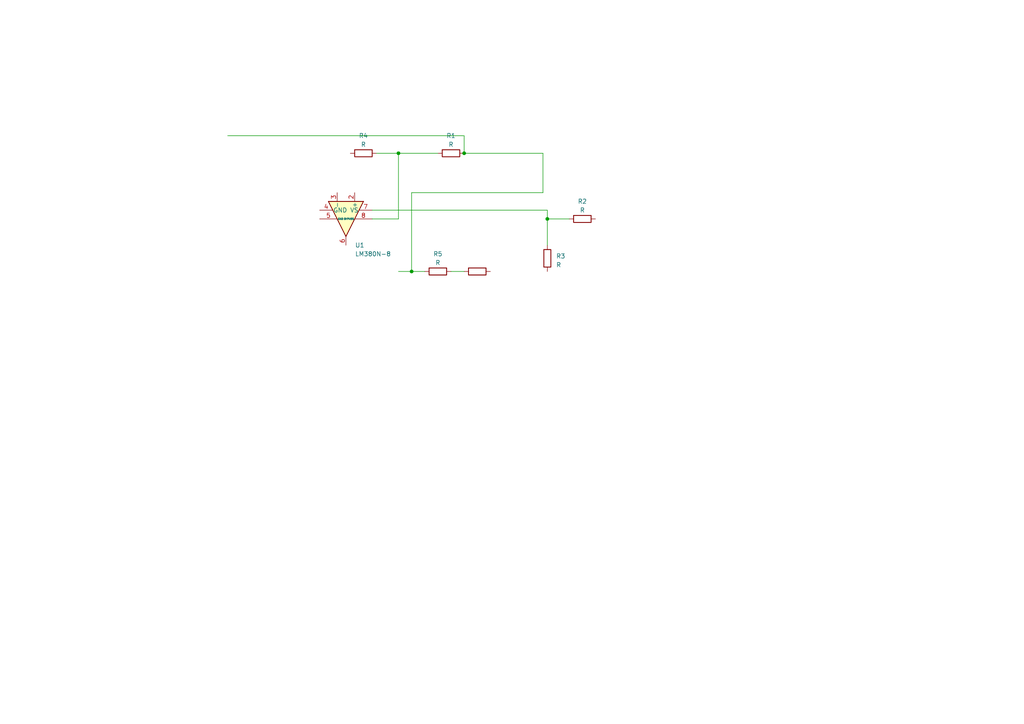
<source format=kicad_sch>
(kicad_sch (version 20230121) (generator eeschema)
  (paper "A4")
  (lib_symbols
    (symbol "Amplifier_Audio:LM380N-8" (pin_names (offset 0.127))
      (property "Reference" "U" (at 6.35 6.35 0))
      (property "Value" "LM380N-8" (at 6.35 3.81 0))
      (symbol "LM380N-8_0_1"
        (polyline (pts (xy -5.08 5.08) (xy 5.08 0) (xy -5.08 -5.08) (xy -5.08 5.08)) (stroke (width 0.254)) (fill (type background)))
      )
      (symbol "LM380N-8_1_1"
        (pin no_connect line (at 0 2.54 270) (length 2.54) hide (name "NC") (number "1"))
        (pin input line (at -7.62 2.54 0) (length 2.54) (name "+") (number "2"))
        (pin input line (at -7.62 -2.54 0) (length 2.54) (name "-") (number "3"))
        (pin power_in line (at -2.54 -7.62 90) (length 3.81) (name "GND") (number "4"))
        (pin power_in line (at 0 -7.62 90) (length 5.08) (name "GND") (number "5"))
        (pin output line (at 7.62 0 180) (length 2.54) (name "~") (number "6"))
        (pin power_in line (at -2.54 7.62 270) (length 3.81) (name "VS") (number "7"))
        (pin passive line (at 0 7.62 270) (length 5.08) (name "BYPASS") (number "8"))
      )
    )
    (symbol "Device:R" (pin_numbers hide) (pin_names (offset 0))
      (property "Reference" "R" (at 2.032 0 90))
      (property "Value" "R" (at 0 0 90))
      (symbol "R_0_1"
        (rectangle (start -1.016 -2.54) (end 1.016 2.54) (stroke (width 0.254)))
      )
      (symbol "R_1_1"
        (pin passive line (at 0 3.81 270) (length 1.27) (name "~") (number "1"))
        (pin passive line (at 0 -3.81 90) (length 1.27) (name "~") (number "2"))
      )
    )
  )
  (junction (at 115.57 44.45))
  (junction (at 134.62 44.45))
  (junction (at 158.75 63.5))
  (junction (at 119.38 78.74))
  (wire (pts (xy 134.62 39.37) (xy 134.62 44.45)))
  (wire (pts (xy 115.57 44.45) (xy 127 44.45)))
  (wire (pts (xy 158.75 63.5) (xy 165.1 63.5)))
  (wire (pts (xy 115.57 44.45) (xy 109.22 44.45)))
  (wire (pts (xy 157.48 55.88) (xy 119.38 55.88)))
  (wire (pts (xy 123.19 78.74) (xy 119.38 78.74)))
  (wire (pts (xy 158.75 71.12) (xy 158.75 63.5)))
  (wire (pts (xy 107.95 63.5) (xy 115.57 63.5)))
  (wire (pts (xy 157.48 44.45) (xy 134.62 44.45)))
  (wire (pts (xy 66.04 39.37) (xy 134.62 39.37)))
  (wire (pts (xy 119.38 55.88) (xy 119.38 78.74)))
  (wire (pts (xy 158.75 60.96) (xy 158.75 63.5)))
  (wire (pts (xy 115.57 44.45) (xy 115.57 63.5)))
  (wire (pts (xy 107.95 60.96) (xy 158.75 60.96)))
  (wire (pts (xy 119.38 78.74) (xy 115.57 78.74)))
  (wire (pts (xy 157.48 44.45) (xy 157.48 55.88)))
  (wire (pts (xy 130.81 78.74) (xy 134.62 78.74)))
  (symbol (lib_id "Device:R") (at 138.43 78.74 90) (unit 1)
    (property "Reference" "R6" (effects hide))
    (property "Value" "R" (effects hide))
    (property "Footprint" "Resistor_THT:R_Axial_DIN0207_L6.3mm_D2.5mm_P7.62mm_Horizontal" (effects hide))
  )
  (symbol (lib_id "Device:R") (at 158.75 74.93 0) (unit 1)
    (property "Reference" "R3" (at 161.29 74.295 0) (effects (justify left)))
    (property "Value" "R" (at 161.29 76.835 0) (effects (justify left)))
    (property "Footprint" "Resistor_THT:R_Axial_DIN0207_L6.3mm_D2.5mm_P7.62mm_Horizontal" (effects hide))
  )
  (symbol (lib_id "Device:R") (at 127 78.74 90) (unit 1)
    (property "Reference" "R5" (at 127 73.66 90))
    (property "Value" "R" (at 127 76.2 90))
    (property "Footprint" "Resistor_THT:R_Axial_DIN0207_L6.3mm_D2.5mm_P7.62mm_Horizontal" (effects hide))
  )
  (symbol (lib_id "Device:R") (at 168.91 63.5 90) (unit 1)
    (property "Reference" "R2" (at 168.91 58.42 90))
    (property "Value" "R" (at 168.91 60.96 90))
    (property "Footprint" "Resistor_THT:R_Axial_DIN0207_L6.3mm_D2.5mm_P7.62mm_Horizontal" (effects hide))
  )
  (symbol (lib_id "Amplifier_Audio:LM380N-8") (at 100.33 63.5 270) (unit 1)
    (property "Reference" "U1" (at 102.9717 71.12 90) (effects (justify left)))
    (property "Value" "LM380N-8" (at 102.9717 73.66 90) (effects (justify left)))
    (property "Footprint" "Package_DIP:DIP-8_W7.62mm" (effects hide))
    (property "Datasheet" "http://www.ti.com/lit/ds/symlink/lm380.pdf" (effects hide))
  )
  (symbol (lib_id "Device:R") (at 130.81 44.45 90) (unit 1)
    (property "Reference" "R1" (at 130.81 39.37 90))
    (property "Value" "R" (at 130.81 41.91 90))
    (property "Footprint" "Resistor_THT:R_Axial_DIN0207_L6.3mm_D2.5mm_P7.62mm_Horizontal" (effects hide))
  )
  (symbol (lib_id "Device:R") (at 105.41 44.45 90) (unit 1)
    (property "Reference" "R4" (at 105.41 39.37 90))
    (property "Value" "R" (at 105.41 41.91 90))
    (property "Footprint" "Resistor_THT:R_Axial_DIN0207_L6.3mm_D2.5mm_P7.62mm_Horizontal" (effects hide))
  )
)
</source>
